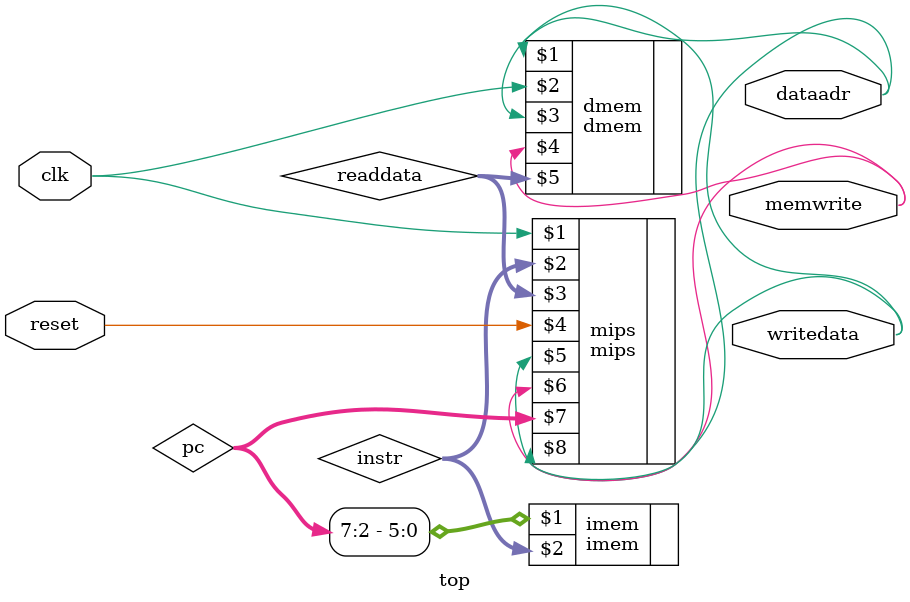
<source format=sv>
`timescale 1ns / 1ps


module top(
    input logic clk,reset,
    output logic writedata,dataadr,
    output memwrite
    );
    logic [31:0]pc, instr, readdata;
    mips mips(clk, instr, readdata, reset, dataadr, memwrite, pc, writedata);
    imem imem(pc[7:2], instr);
    dmem dmem(dataadr, clk, writedata, memwrite, readdata);
endmodule


</source>
